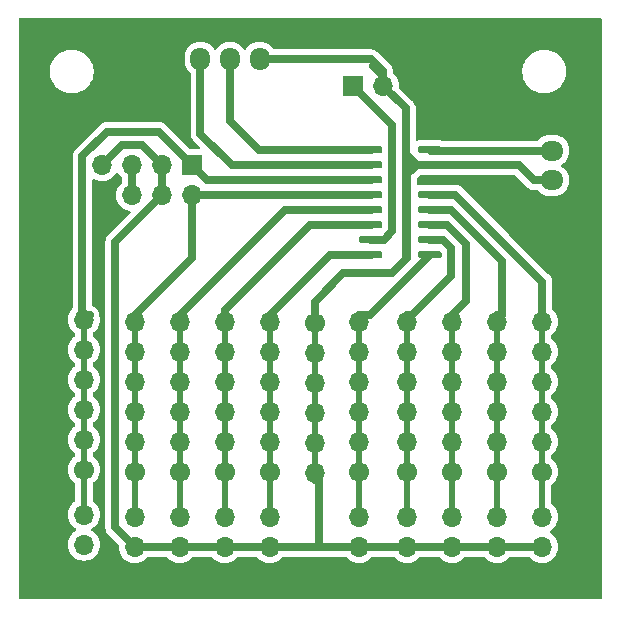
<source format=gtl>
%TF.GenerationSoftware,KiCad,Pcbnew,8.0.4-8.0.4-0~ubuntu24.04.1*%
%TF.CreationDate,2024-07-22T11:19:52+03:00*%
%TF.ProjectId,stripe_board,73747269-7065-45f6-926f-6172642e6b69,rev?*%
%TF.SameCoordinates,Original*%
%TF.FileFunction,Copper,L1,Top*%
%TF.FilePolarity,Positive*%
%FSLAX46Y46*%
G04 Gerber Fmt 4.6, Leading zero omitted, Abs format (unit mm)*
G04 Created by KiCad (PCBNEW 8.0.4-8.0.4-0~ubuntu24.04.1) date 2024-07-22 11:19:52*
%MOMM*%
%LPD*%
G01*
G04 APERTURE LIST*
%TA.AperFunction,EtchedComponent*%
%ADD10C,0.500000*%
%TD*%
%TA.AperFunction,ComponentPad*%
%ADD11O,1.700000X1.950000*%
%TD*%
%TA.AperFunction,ComponentPad*%
%ADD12O,1.950000X1.700000*%
%TD*%
%TA.AperFunction,ComponentPad*%
%ADD13R,1.700000X1.700000*%
%TD*%
%TA.AperFunction,ComponentPad*%
%ADD14O,1.700000X1.700000*%
%TD*%
%TA.AperFunction,ComponentPad*%
%ADD15C,1.700000*%
%TD*%
%TA.AperFunction,Conductor*%
%ADD16C,0.650000*%
%TD*%
%TA.AperFunction,Conductor*%
%ADD17C,0.500000*%
%TD*%
G04 APERTURE END LIST*
D10*
%TO.C,J1*%
X-2600985Y-33290330D02*
X-2600985Y-21590330D01*
%TO.C,J6*%
X32209015Y-33390330D02*
X32209015Y-21690330D01*
%TO.C,J3*%
X16759015Y-33410330D02*
X16759015Y-21710330D01*
%TO.C,J2*%
X36019015Y-33390330D02*
X36019015Y-21690330D01*
%TO.C,J8*%
X39829015Y-33390330D02*
X39829015Y-21690330D01*
%TO.C,J10*%
X9139015Y-33410330D02*
X9139015Y-21710330D01*
%TO.C,J9*%
X12949015Y-33410330D02*
X12949015Y-21710330D01*
%TO.C,J4*%
X24329015Y-33390330D02*
X24329015Y-21690330D01*
%TO.C,J5*%
X28399015Y-33390330D02*
X28399015Y-21690330D01*
%TO.C,J12*%
X1017034Y-33210440D02*
X1017034Y-21510440D01*
%TO.C,J18*%
X20619510Y-21790605D02*
X20619510Y-33490605D01*
%TO.C,J19*%
X43626733Y-33391247D02*
X43626733Y-21691247D01*
%TO.C,J11*%
X5329015Y-33410330D02*
X5329015Y-21710330D01*
%TD*%
%TO.P,J17,1,Pin_1*%
%TO.N,GND*%
%TA.AperFunction,ComponentPad*%
G36*
G01*
X7549015Y324670D02*
X7549015Y1774670D01*
G75*
G02*
X7799015Y2024670I250000J0D01*
G01*
X8999015Y2024670D01*
G75*
G02*
X9249015Y1774670I0J-250000D01*
G01*
X9249015Y324670D01*
G75*
G02*
X8999015Y74670I-250000J0D01*
G01*
X7799015Y74670D01*
G75*
G02*
X7549015Y324670I0J250000D01*
G01*
G37*
%TD.AperFunction*%
D11*
%TO.P,J17,2,Pin_2*%
%TO.N,SCL*%
X10899015Y1049670D03*
%TO.P,J17,3,Pin_3*%
%TO.N,SDA*%
X13399015Y1049670D03*
%TO.P,J17,4,Pin_4*%
%TO.N,5V*%
X15899015Y1049670D03*
%TD*%
%TO.P,J13,1,Pin_1*%
%TO.N,GND*%
%TA.AperFunction,ComponentPad*%
G36*
G01*
X41374015Y-12550330D02*
X39924015Y-12550330D01*
G75*
G02*
X39674015Y-12300330I0J250000D01*
G01*
X39674015Y-11100330D01*
G75*
G02*
X39924015Y-10850330I250000J0D01*
G01*
X41374015Y-10850330D01*
G75*
G02*
X41624015Y-11100330I0J-250000D01*
G01*
X41624015Y-12300330D01*
G75*
G02*
X41374015Y-12550330I-250000J0D01*
G01*
G37*
%TD.AperFunction*%
D12*
%TO.P,J13,2,Pin_2*%
%TO.N,5V*%
X40649015Y-9200330D03*
%TO.P,J13,3,Pin_3*%
%TO.N,RC_IN*%
X40649015Y-6700330D03*
%TD*%
D13*
%TO.P,J16,1,Pin_1*%
%TO.N,SWIO*%
X23819015Y-1200330D03*
D14*
%TO.P,J16,2,Pin_2*%
%TO.N,5V*%
X26359015Y-1200330D03*
%TO.P,J16,3,Pin_3*%
%TO.N,GND*%
X28899015Y-1200330D03*
%TD*%
D15*
%TO.P,J1,1,Pin_1*%
%TO.N,GND*%
X-2600985Y-33790330D03*
D14*
X-2600985Y-31250330D03*
X-2600985Y-28710330D03*
X-2600985Y-26170330D03*
X-2600985Y-23630330D03*
X-2600985Y-21090330D03*
%TD*%
D13*
%TO.P,Srv10,1,GND*%
%TO.N,GND*%
X1017034Y-42600440D03*
D14*
%TO.P,Srv10,2,5v*%
%TO.N,5V*%
X1017034Y-40060440D03*
%TO.P,Srv10,3,PWM*%
%TO.N,PWM1*%
X1017034Y-37520440D03*
%TD*%
%TO.P,J20,8,Pin_8*%
%TO.N,GND*%
X2579015Y-10465330D03*
%TO.P,J20,7,Pin_7*%
%TO.N,5V*%
X2579015Y-7925330D03*
%TO.P,J20,6,Pin_6*%
%TO.N,Net-(J20-Pin_5)*%
X5119015Y-10465330D03*
%TO.P,J20,5,Pin_5*%
X5119015Y-7925330D03*
%TO.P,J20,4,Pin_4*%
%TO.N,5V*%
X7659015Y-10465330D03*
%TO.P,J20,3,Pin_3*%
X7659015Y-7925330D03*
%TO.P,J20,2,Pin_2*%
%TO.N,PWM2*%
X10199015Y-10465330D03*
D13*
%TO.P,J20,1,Pin_1*%
%TO.N,PWM1*%
X10199015Y-7925330D03*
%TD*%
%TO.P,U1,1,PC1*%
%TO.N,SDA*%
%TA.AperFunction,SMDPad,CuDef*%
G36*
G01*
X24304015Y-6780330D02*
X24304015Y-6480330D01*
G75*
G02*
X24454015Y-6330330I150000J0D01*
G01*
X26154015Y-6330330D01*
G75*
G02*
X26304015Y-6480330I0J-150000D01*
G01*
X26304015Y-6780330D01*
G75*
G02*
X26154015Y-6930330I-150000J0D01*
G01*
X24454015Y-6930330D01*
G75*
G02*
X24304015Y-6780330I0J150000D01*
G01*
G37*
%TD.AperFunction*%
%TO.P,U1,2,PC2*%
%TO.N,SCL*%
%TA.AperFunction,SMDPad,CuDef*%
G36*
G01*
X24304015Y-8050330D02*
X24304015Y-7750330D01*
G75*
G02*
X24454015Y-7600330I150000J0D01*
G01*
X26154015Y-7600330D01*
G75*
G02*
X26304015Y-7750330I0J-150000D01*
G01*
X26304015Y-8050330D01*
G75*
G02*
X26154015Y-8200330I-150000J0D01*
G01*
X24454015Y-8200330D01*
G75*
G02*
X24304015Y-8050330I0J150000D01*
G01*
G37*
%TD.AperFunction*%
%TO.P,U1,3,PC3*%
%TO.N,PWM1*%
%TA.AperFunction,SMDPad,CuDef*%
G36*
G01*
X24304015Y-9320330D02*
X24304015Y-9020330D01*
G75*
G02*
X24454015Y-8870330I150000J0D01*
G01*
X26154015Y-8870330D01*
G75*
G02*
X26304015Y-9020330I0J-150000D01*
G01*
X26304015Y-9320330D01*
G75*
G02*
X26154015Y-9470330I-150000J0D01*
G01*
X24454015Y-9470330D01*
G75*
G02*
X24304015Y-9320330I0J150000D01*
G01*
G37*
%TD.AperFunction*%
%TO.P,U1,4,PC4*%
%TO.N,PWM2*%
%TA.AperFunction,SMDPad,CuDef*%
G36*
G01*
X24304015Y-10590330D02*
X24304015Y-10290330D01*
G75*
G02*
X24454015Y-10140330I150000J0D01*
G01*
X26154015Y-10140330D01*
G75*
G02*
X26304015Y-10290330I0J-150000D01*
G01*
X26304015Y-10590330D01*
G75*
G02*
X26154015Y-10740330I-150000J0D01*
G01*
X24454015Y-10740330D01*
G75*
G02*
X24304015Y-10590330I0J150000D01*
G01*
G37*
%TD.AperFunction*%
%TO.P,U1,5,PC6*%
%TO.N,/PC5*%
%TA.AperFunction,SMDPad,CuDef*%
G36*
G01*
X24304015Y-11860330D02*
X24304015Y-11560330D01*
G75*
G02*
X24454015Y-11410330I150000J0D01*
G01*
X26154015Y-11410330D01*
G75*
G02*
X26304015Y-11560330I0J-150000D01*
G01*
X26304015Y-11860330D01*
G75*
G02*
X26154015Y-12010330I-150000J0D01*
G01*
X24454015Y-12010330D01*
G75*
G02*
X24304015Y-11860330I0J150000D01*
G01*
G37*
%TD.AperFunction*%
%TO.P,U1,6,PC7*%
%TO.N,/PC7*%
%TA.AperFunction,SMDPad,CuDef*%
G36*
G01*
X24304015Y-13130330D02*
X24304015Y-12830330D01*
G75*
G02*
X24454015Y-12680330I150000J0D01*
G01*
X26154015Y-12680330D01*
G75*
G02*
X26304015Y-12830330I0J-150000D01*
G01*
X26304015Y-13130330D01*
G75*
G02*
X26154015Y-13280330I-150000J0D01*
G01*
X24454015Y-13280330D01*
G75*
G02*
X24304015Y-13130330I0J150000D01*
G01*
G37*
%TD.AperFunction*%
%TO.P,U1,7,PD1*%
%TO.N,SWIO*%
%TA.AperFunction,SMDPad,CuDef*%
G36*
G01*
X24304015Y-14400330D02*
X24304015Y-14100330D01*
G75*
G02*
X24454015Y-13950330I150000J0D01*
G01*
X26154015Y-13950330D01*
G75*
G02*
X26304015Y-14100330I0J-150000D01*
G01*
X26304015Y-14400330D01*
G75*
G02*
X26154015Y-14550330I-150000J0D01*
G01*
X24454015Y-14550330D01*
G75*
G02*
X24304015Y-14400330I0J150000D01*
G01*
G37*
%TD.AperFunction*%
%TO.P,U1,8,PD4*%
%TO.N,/PD4*%
%TA.AperFunction,SMDPad,CuDef*%
G36*
G01*
X24304015Y-15670330D02*
X24304015Y-15370330D01*
G75*
G02*
X24454015Y-15220330I150000J0D01*
G01*
X26154015Y-15220330D01*
G75*
G02*
X26304015Y-15370330I0J-150000D01*
G01*
X26304015Y-15670330D01*
G75*
G02*
X26154015Y-15820330I-150000J0D01*
G01*
X24454015Y-15820330D01*
G75*
G02*
X24304015Y-15670330I0J150000D01*
G01*
G37*
%TD.AperFunction*%
%TO.P,U1,9,PD5*%
%TO.N,/PD5*%
%TA.AperFunction,SMDPad,CuDef*%
G36*
G01*
X29304015Y-15670330D02*
X29304015Y-15370330D01*
G75*
G02*
X29454015Y-15220330I150000J0D01*
G01*
X31154015Y-15220330D01*
G75*
G02*
X31304015Y-15370330I0J-150000D01*
G01*
X31304015Y-15670330D01*
G75*
G02*
X31154015Y-15820330I-150000J0D01*
G01*
X29454015Y-15820330D01*
G75*
G02*
X29304015Y-15670330I0J150000D01*
G01*
G37*
%TD.AperFunction*%
%TO.P,U1,10,PD6*%
%TO.N,/PD6*%
%TA.AperFunction,SMDPad,CuDef*%
G36*
G01*
X29304015Y-14400330D02*
X29304015Y-14100330D01*
G75*
G02*
X29454015Y-13950330I150000J0D01*
G01*
X31154015Y-13950330D01*
G75*
G02*
X31304015Y-14100330I0J-150000D01*
G01*
X31304015Y-14400330D01*
G75*
G02*
X31154015Y-14550330I-150000J0D01*
G01*
X29454015Y-14550330D01*
G75*
G02*
X29304015Y-14400330I0J150000D01*
G01*
G37*
%TD.AperFunction*%
%TO.P,U1,11,PD7*%
%TO.N,/PD7*%
%TA.AperFunction,SMDPad,CuDef*%
G36*
G01*
X29304015Y-13130330D02*
X29304015Y-12830330D01*
G75*
G02*
X29454015Y-12680330I150000J0D01*
G01*
X31154015Y-12680330D01*
G75*
G02*
X31304015Y-12830330I0J-150000D01*
G01*
X31304015Y-13130330D01*
G75*
G02*
X31154015Y-13280330I-150000J0D01*
G01*
X29454015Y-13280330D01*
G75*
G02*
X29304015Y-13130330I0J150000D01*
G01*
G37*
%TD.AperFunction*%
%TO.P,U1,12,PA1*%
%TO.N,/PA1*%
%TA.AperFunction,SMDPad,CuDef*%
G36*
G01*
X29304015Y-11860330D02*
X29304015Y-11560330D01*
G75*
G02*
X29454015Y-11410330I150000J0D01*
G01*
X31154015Y-11410330D01*
G75*
G02*
X31304015Y-11560330I0J-150000D01*
G01*
X31304015Y-11860330D01*
G75*
G02*
X31154015Y-12010330I-150000J0D01*
G01*
X29454015Y-12010330D01*
G75*
G02*
X29304015Y-11860330I0J150000D01*
G01*
G37*
%TD.AperFunction*%
%TO.P,U1,13,PA2*%
%TO.N,/PA2*%
%TA.AperFunction,SMDPad,CuDef*%
G36*
G01*
X29304015Y-10590330D02*
X29304015Y-10290330D01*
G75*
G02*
X29454015Y-10140330I150000J0D01*
G01*
X31154015Y-10140330D01*
G75*
G02*
X31304015Y-10290330I0J-150000D01*
G01*
X31304015Y-10590330D01*
G75*
G02*
X31154015Y-10740330I-150000J0D01*
G01*
X29454015Y-10740330D01*
G75*
G02*
X29304015Y-10590330I0J150000D01*
G01*
G37*
%TD.AperFunction*%
%TO.P,U1,14,VSS*%
%TO.N,GND*%
%TA.AperFunction,SMDPad,CuDef*%
G36*
G01*
X29304015Y-9320330D02*
X29304015Y-9020330D01*
G75*
G02*
X29454015Y-8870330I150000J0D01*
G01*
X31154015Y-8870330D01*
G75*
G02*
X31304015Y-9020330I0J-150000D01*
G01*
X31304015Y-9320330D01*
G75*
G02*
X31154015Y-9470330I-150000J0D01*
G01*
X29454015Y-9470330D01*
G75*
G02*
X29304015Y-9320330I0J150000D01*
G01*
G37*
%TD.AperFunction*%
%TO.P,U1,15,VDD*%
%TO.N,5V*%
%TA.AperFunction,SMDPad,CuDef*%
G36*
G01*
X29304015Y-8050330D02*
X29304015Y-7750330D01*
G75*
G02*
X29454015Y-7600330I150000J0D01*
G01*
X31154015Y-7600330D01*
G75*
G02*
X31304015Y-7750330I0J-150000D01*
G01*
X31304015Y-8050330D01*
G75*
G02*
X31154015Y-8200330I-150000J0D01*
G01*
X29454015Y-8200330D01*
G75*
G02*
X29304015Y-8050330I0J150000D01*
G01*
G37*
%TD.AperFunction*%
%TO.P,U1,16,PC0*%
%TO.N,RC_IN*%
%TA.AperFunction,SMDPad,CuDef*%
G36*
G01*
X29304015Y-6780330D02*
X29304015Y-6480330D01*
G75*
G02*
X29454015Y-6330330I150000J0D01*
G01*
X31154015Y-6330330D01*
G75*
G02*
X31304015Y-6480330I0J-150000D01*
G01*
X31304015Y-6780330D01*
G75*
G02*
X31154015Y-6930330I-150000J0D01*
G01*
X29454015Y-6930330D01*
G75*
G02*
X29304015Y-6780330I0J150000D01*
G01*
G37*
%TD.AperFunction*%
%TD*%
D15*
%TO.P,J6,1,Pin_1*%
%TO.N,/PD7*%
X32209015Y-33890330D03*
D14*
X32209015Y-31350330D03*
X32209015Y-28810330D03*
X32209015Y-26270330D03*
X32209015Y-23730330D03*
X32209015Y-21190330D03*
%TD*%
D13*
%TO.P,Srv7,1,GND*%
%TO.N,GND*%
X36019015Y-42780330D03*
D14*
%TO.P,Srv7,2,5v*%
%TO.N,5V*%
X36019015Y-40240330D03*
%TO.P,Srv7,3,PWM*%
%TO.N,/PA1*%
X36019015Y-37700330D03*
%TD*%
D13*
%TO.P,Srv9,1,GND*%
%TO.N,GND*%
X5329015Y-42800330D03*
D14*
%TO.P,Srv9,2,5v*%
%TO.N,5V*%
X5329015Y-40260330D03*
%TO.P,Srv9,3,PWM*%
%TO.N,PWM2*%
X5329015Y-37720330D03*
%TD*%
D15*
%TO.P,J3,1,Pin_1*%
%TO.N,/PD4*%
X16759015Y-33910330D03*
D14*
X16759015Y-31370330D03*
X16759015Y-28830330D03*
X16759015Y-26290330D03*
X16759015Y-23750330D03*
X16759015Y-21210330D03*
%TD*%
D15*
%TO.P,J2,1,Pin_1*%
%TO.N,/PA1*%
X36019015Y-33890330D03*
D14*
X36019015Y-31350330D03*
X36019015Y-28810330D03*
X36019015Y-26270330D03*
X36019015Y-23730330D03*
X36019015Y-21190330D03*
%TD*%
D15*
%TO.P,J8,1,Pin_1*%
%TO.N,/PA2*%
X39829015Y-33890330D03*
D14*
X39829015Y-31350330D03*
X39829015Y-28810330D03*
X39829015Y-26270330D03*
X39829015Y-23730330D03*
X39829015Y-21190330D03*
%TD*%
D15*
%TO.P,J10,1,Pin_1*%
%TO.N,/PC5*%
X9139015Y-33910330D03*
D14*
X9139015Y-31370330D03*
X9139015Y-28830330D03*
X9139015Y-26290330D03*
X9139015Y-23750330D03*
X9139015Y-21210330D03*
%TD*%
D15*
%TO.P,J9,1,Pin_1*%
%TO.N,/PC7*%
X12949015Y-33910330D03*
D14*
X12949015Y-31370330D03*
X12949015Y-28830330D03*
X12949015Y-26290330D03*
X12949015Y-23750330D03*
X12949015Y-21210330D03*
%TD*%
D13*
%TO.P,Srv1,1,GND*%
%TO.N,GND*%
X32209015Y-42780330D03*
D14*
%TO.P,Srv1,2,5v*%
%TO.N,5V*%
X32209015Y-40240330D03*
%TO.P,Srv1,3,PWM*%
%TO.N,/PD7*%
X32209015Y-37700330D03*
%TD*%
D15*
%TO.P,J4,1,Pin_1*%
%TO.N,/PD5*%
X24329015Y-33890330D03*
D14*
X24329015Y-31350330D03*
X24329015Y-28810330D03*
X24329015Y-26270330D03*
X24329015Y-23730330D03*
X24329015Y-21190330D03*
%TD*%
D13*
%TO.P,Srv6,1,GND*%
%TO.N,GND*%
X9139015Y-42800330D03*
D14*
%TO.P,Srv6,2,5v*%
%TO.N,5V*%
X9139015Y-40260330D03*
%TO.P,Srv6,3,PWM*%
%TO.N,/PC5*%
X9139015Y-37720330D03*
%TD*%
D15*
%TO.P,J5,1,Pin_1*%
%TO.N,/PD6*%
X28399015Y-33890330D03*
D14*
X28399015Y-31350330D03*
X28399015Y-28810330D03*
X28399015Y-26270330D03*
X28399015Y-23730330D03*
X28399015Y-21190330D03*
%TD*%
D15*
%TO.P,J12,1,Pin_1*%
%TO.N,PWM1*%
X1017034Y-33710440D03*
D14*
X1017034Y-31170440D03*
X1017034Y-28630440D03*
X1017034Y-26090440D03*
X1017034Y-23550440D03*
X1017034Y-21010440D03*
%TD*%
D13*
%TO.P,Srv8,1,GND*%
%TO.N,GND*%
X39829015Y-42780330D03*
D14*
%TO.P,Srv8,2,5v*%
%TO.N,5V*%
X39829015Y-40240330D03*
%TO.P,Srv8,3,PWM*%
%TO.N,/PA2*%
X39829015Y-37700330D03*
%TD*%
D13*
%TO.P,Srv4,1,GND*%
%TO.N,GND*%
X16759015Y-42800330D03*
D14*
%TO.P,Srv4,2,5v*%
%TO.N,5V*%
X16759015Y-40260330D03*
%TO.P,Srv4,3,PWM*%
%TO.N,/PD4*%
X16759015Y-37720330D03*
%TD*%
D15*
%TO.P,J18,1,Pin_1*%
%TO.N,5V*%
X20619510Y-21290605D03*
D14*
X20619510Y-23830605D03*
X20619510Y-26370605D03*
X20619510Y-28910605D03*
X20619510Y-31450605D03*
X20619510Y-33990605D03*
%TD*%
D13*
%TO.P,Srv2,1,GND*%
%TO.N,GND*%
X28399015Y-42780330D03*
D14*
%TO.P,Srv2,2,5v*%
%TO.N,5V*%
X28399015Y-40240330D03*
%TO.P,Srv2,3,PWM*%
%TO.N,/PD6*%
X28399015Y-37700330D03*
%TD*%
D15*
%TO.P,J19,1,Pin_1*%
%TO.N,GND*%
X43626733Y-33891247D03*
D14*
X43626733Y-31351247D03*
X43626733Y-28811247D03*
X43626733Y-26271247D03*
X43626733Y-23731247D03*
X43626733Y-21191247D03*
%TD*%
D15*
%TO.P,J11,1,Pin_1*%
%TO.N,PWM2*%
X5329015Y-33910330D03*
D14*
X5329015Y-31370330D03*
X5329015Y-28830330D03*
X5329015Y-26290330D03*
X5329015Y-23750330D03*
X5329015Y-21210330D03*
%TD*%
D13*
%TO.P,Srv5,1,GND*%
%TO.N,GND*%
X12949015Y-42800330D03*
D14*
%TO.P,Srv5,2,5v*%
%TO.N,5V*%
X12949015Y-40260330D03*
%TO.P,Srv5,3,PWM*%
%TO.N,/PC7*%
X12949015Y-37720330D03*
%TD*%
D13*
%TO.P,Srv3,1,GND*%
%TO.N,GND*%
X24329015Y-42780330D03*
D14*
%TO.P,Srv3,2,5v*%
%TO.N,5V*%
X24329015Y-40240330D03*
%TO.P,Srv3,3,PWM*%
%TO.N,/PD5*%
X24329015Y-37700330D03*
%TD*%
D16*
%TO.N,5V*%
X28279015Y-7900330D02*
X28279015Y-15678984D01*
X28279015Y-6988344D02*
X28279015Y-7900330D01*
X28279015Y-7900330D02*
X30304015Y-7900330D01*
X28279015Y-15678984D02*
X28399015Y-15798984D01*
X29191001Y-7900330D02*
X28399015Y-8692316D01*
X22999015Y-17100330D02*
X20619510Y-19479835D01*
X28399015Y-15798984D02*
X27097669Y-17100330D01*
X27097669Y-17100330D02*
X22999015Y-17100330D01*
X20619510Y-19479835D02*
X20619510Y-20715605D01*
X26359015Y-1200330D02*
X26359015Y1751D01*
X26359015Y1751D02*
X25311096Y1049670D01*
X25311096Y1049670D02*
X15899015Y1049670D01*
%TO.N,SCL*%
X13524015Y-7900330D02*
X10899015Y-5275330D01*
X10899015Y-5275330D02*
X10899015Y1049670D01*
%TO.N,SDA*%
X15829015Y-6630330D02*
X13399015Y-4200330D01*
X13399015Y-4200330D02*
X13399015Y1049670D01*
%TO.N,5V*%
X40649015Y-9200330D02*
X39149015Y-9200330D01*
X39149015Y-9200330D02*
X37849015Y-7900330D01*
X37849015Y-7900330D02*
X30304015Y-7900330D01*
%TO.N,RC_IN*%
X40649015Y-6700330D02*
X30374015Y-6700330D01*
X30374015Y-6700330D02*
X30304015Y-6630330D01*
%TO.N,SWIO*%
X27129015Y-13538344D02*
X27129015Y-4510330D01*
X27129015Y-4510330D02*
X23819015Y-1200330D01*
%TO.N,5V*%
X26359015Y-1200330D02*
X26359015Y-390330D01*
X26359015Y-390330D02*
X25494015Y474670D01*
X28279015Y-6988344D02*
X28279015Y-3120330D01*
X28279015Y-3120330D02*
X26359015Y-1200330D01*
X31467029Y-7950330D02*
X31417029Y-7900330D01*
X20899015Y-40240330D02*
X20399015Y-40240330D01*
X20899015Y-34565605D02*
X20619510Y-34565605D01*
X24329015Y-40240330D02*
X20899015Y-40240330D01*
X20899015Y-40240330D02*
X20899015Y-34565605D01*
%TO.N,Net-(J20-Pin_5)*%
X5119015Y-7925330D02*
X5119015Y-10465330D01*
%TO.N,5V*%
X36019015Y-40240330D02*
X39829015Y-40240330D01*
X32209015Y-40240330D02*
X36019015Y-40240330D01*
X28399015Y-40240330D02*
X32209015Y-40240330D01*
X24329015Y-40240330D02*
X28399015Y-40240330D01*
%TO.N,/PC5*%
X25304015Y-11710330D02*
X18064015Y-11710330D01*
X18064015Y-11710330D02*
X9139015Y-20635330D01*
%TO.N,/PC7*%
X25304015Y-12980330D02*
X20158735Y-12980330D01*
X20158735Y-12980330D02*
X12949015Y-20190050D01*
X12949015Y-20190050D02*
X12949015Y-20635330D01*
%TO.N,5V*%
X7659015Y-10465330D02*
X3654015Y-14470330D01*
X3654015Y-14470330D02*
X3654015Y-38585330D01*
X3654015Y-38585330D02*
X5329015Y-40260330D01*
%TO.N,PWM1*%
X904015Y-17200330D02*
X904015Y-20020330D01*
X904015Y-7195330D02*
X904015Y-17200330D01*
X904015Y-17200330D02*
X904015Y-20465610D01*
X904015Y-20465610D02*
X1073735Y-20635330D01*
X1073735Y-20635330D02*
X1519015Y-20635330D01*
X10199015Y-7925330D02*
X7374015Y-5100330D01*
X7374015Y-5100330D02*
X2999015Y-5100330D01*
X2999015Y-5100330D02*
X904015Y-7195330D01*
%TO.N,5V*%
X7659015Y-7925330D02*
X5984015Y-6250330D01*
X4254015Y-6250330D02*
X2579015Y-7925330D01*
X5984015Y-6250330D02*
X4254015Y-6250330D01*
X7659015Y-10465330D02*
X7659015Y-7925330D01*
X6399015Y-40260330D02*
X5329015Y-40260330D01*
X9139015Y-40260330D02*
X6399015Y-40260330D01*
X12949015Y-40260330D02*
X9139015Y-40260330D01*
X16759015Y-40260330D02*
X12949015Y-40260330D01*
%TO.N,SDA*%
X15829015Y-6630330D02*
X25304015Y-6630330D01*
%TO.N,SCL*%
X25304015Y-7900330D02*
X13524015Y-7900330D01*
%TO.N,PWM2*%
X10199015Y-10465330D02*
X10199015Y-15765330D01*
X10199015Y-15765330D02*
X5329015Y-20635330D01*
X25304015Y-10440330D02*
X10224015Y-10440330D01*
X10224015Y-10440330D02*
X10199015Y-10465330D01*
%TO.N,PWM1*%
X25304015Y-9170330D02*
X11444015Y-9170330D01*
X11444015Y-9170330D02*
X10199015Y-7925330D01*
%TO.N,5V*%
X30304015Y-7900330D02*
X31417029Y-7900330D01*
X29191001Y-7900330D02*
X28279015Y-6988344D01*
%TO.N,SWIO*%
X25304015Y-14250330D02*
X26417029Y-14250330D01*
X26417029Y-14250330D02*
X27129015Y-13538344D01*
%TO.N,/PD4*%
X25304015Y-15520330D02*
X21874015Y-15520330D01*
X21874015Y-15520330D02*
X16759015Y-20635330D01*
%TO.N,5V*%
X30304015Y-7900330D02*
X29191001Y-7900330D01*
X20399015Y-40240330D02*
X16779015Y-40240330D01*
X16779015Y-40240330D02*
X16759015Y-40260330D01*
%TO.N,/PA2*%
X30304015Y-10440330D02*
X32486067Y-10440330D01*
X32486067Y-10440330D02*
X39829015Y-17783278D01*
X39829015Y-17783278D02*
X39829015Y-20615330D01*
%TO.N,/PA1*%
X30304015Y-11710330D02*
X32129721Y-11710330D01*
X32129721Y-11710330D02*
X36464295Y-16044904D01*
X36464295Y-16044904D02*
X36464295Y-20615330D01*
X36464295Y-20615330D02*
X36019015Y-20615330D01*
%TO.N,/PD7*%
X30304015Y-12980330D02*
X31773375Y-12980330D01*
X33399015Y-14605970D02*
X33399015Y-19425330D01*
X31773375Y-12980330D02*
X33399015Y-14605970D01*
X33399015Y-19425330D02*
X32209015Y-20615330D01*
%TO.N,/PD6*%
X30304015Y-14250330D02*
X31417029Y-14250330D01*
X31417029Y-14250330D02*
X32129015Y-14962316D01*
X32129015Y-14962316D02*
X32129015Y-17330610D01*
X32129015Y-17330610D02*
X28844295Y-20615330D01*
X28844295Y-20615330D02*
X28399015Y-20615330D01*
%TO.N,/PD5*%
X30304015Y-15520330D02*
X25209015Y-20615330D01*
X25209015Y-20615330D02*
X24329015Y-20615330D01*
D17*
%TO.N,PWM2*%
X5329015Y-37720330D02*
X5329015Y-34110330D01*
%TO.N,/PC7*%
X12949015Y-37720330D02*
X12949015Y-34110330D01*
%TO.N,/PC5*%
X9139015Y-37720330D02*
X9139015Y-34110330D01*
%TO.N,PWM1*%
X1017034Y-37520440D02*
X1017034Y-33910440D01*
%TO.N,/PD7*%
X32209015Y-37700330D02*
X32209015Y-34090330D01*
%TO.N,/PD6*%
X28399015Y-37700330D02*
X28399015Y-34090330D01*
%TO.N,/PA1*%
X36019015Y-37700330D02*
X36019015Y-34090330D01*
%TO.N,/PD5*%
X24329015Y-37700330D02*
X24329015Y-34090330D01*
%TO.N,/PA2*%
X39829015Y-37700330D02*
X39829015Y-34090330D01*
%TO.N,/PD4*%
X16759015Y-37720330D02*
X16759015Y-34110330D01*
D16*
%TO.N,5V*%
X28399015Y-8692316D02*
X28399015Y-15798984D01*
%TD*%
%TA.AperFunction,Conductor*%
%TO.N,GND*%
G36*
X44841554Y4479815D02*
G01*
X44887309Y4427011D01*
X44898515Y4375500D01*
X44898515Y-44575830D01*
X44878830Y-44642869D01*
X44826026Y-44688624D01*
X44774515Y-44699830D01*
X-4375500Y-44699830D01*
X-4442539Y-44680145D01*
X-4488294Y-44627341D01*
X-4499500Y-44575830D01*
X-4499500Y-21010440D01*
X-338625Y-21010440D01*
X-318029Y-21245848D01*
X-256869Y-21474103D01*
X-157001Y-21688270D01*
X-21461Y-21881841D01*
X62085Y-21965387D01*
X145629Y-22048932D01*
X145632Y-22048934D01*
X145633Y-22048935D01*
X213657Y-22096565D01*
X257282Y-22151141D01*
X266534Y-22198140D01*
X266534Y-22362738D01*
X246849Y-22429777D01*
X213659Y-22464312D01*
X145629Y-22511947D01*
X-21460Y-22679037D01*
X-147419Y-22858927D01*
X-157001Y-22872611D01*
X-256869Y-23086777D01*
X-318029Y-23315032D01*
X-338625Y-23550440D01*
X-318029Y-23785848D01*
X-256869Y-24014103D01*
X-157001Y-24228270D01*
X-21461Y-24421841D01*
X62085Y-24505387D01*
X145629Y-24588932D01*
X145632Y-24588934D01*
X145633Y-24588935D01*
X213657Y-24636565D01*
X257282Y-24691141D01*
X266534Y-24738140D01*
X266534Y-24902738D01*
X246849Y-24969777D01*
X213659Y-25004312D01*
X145629Y-25051947D01*
X-21460Y-25219037D01*
X-147419Y-25398927D01*
X-157001Y-25412611D01*
X-256869Y-25626777D01*
X-318029Y-25855032D01*
X-338625Y-26090440D01*
X-318029Y-26325848D01*
X-256869Y-26554103D01*
X-157001Y-26768270D01*
X-21461Y-26961841D01*
X62085Y-27045387D01*
X145629Y-27128932D01*
X145632Y-27128934D01*
X145633Y-27128935D01*
X213657Y-27176565D01*
X257282Y-27231141D01*
X266534Y-27278140D01*
X266534Y-27442738D01*
X246849Y-27509777D01*
X213659Y-27544312D01*
X145629Y-27591947D01*
X-21460Y-27759037D01*
X-147419Y-27938927D01*
X-157001Y-27952611D01*
X-256869Y-28166777D01*
X-318029Y-28395032D01*
X-338625Y-28630440D01*
X-318029Y-28865848D01*
X-256869Y-29094103D01*
X-157001Y-29308270D01*
X-21461Y-29501841D01*
X62085Y-29585387D01*
X145629Y-29668932D01*
X145632Y-29668934D01*
X145633Y-29668935D01*
X213657Y-29716565D01*
X257282Y-29771141D01*
X266534Y-29818140D01*
X266534Y-29982738D01*
X246849Y-30049777D01*
X213659Y-30084312D01*
X145629Y-30131947D01*
X-21460Y-30299037D01*
X-147419Y-30478927D01*
X-157001Y-30492611D01*
X-256869Y-30706777D01*
X-318029Y-30935032D01*
X-338625Y-31170440D01*
X-318029Y-31405848D01*
X-256869Y-31634103D01*
X-157001Y-31848270D01*
X-21461Y-32041841D01*
X62085Y-32125387D01*
X145629Y-32208932D01*
X145632Y-32208934D01*
X145633Y-32208935D01*
X213657Y-32256565D01*
X257282Y-32311141D01*
X266534Y-32358140D01*
X266534Y-32522738D01*
X246849Y-32589777D01*
X213659Y-32624312D01*
X145629Y-32671947D01*
X-21460Y-32839037D01*
X-147419Y-33018927D01*
X-157001Y-33032611D01*
X-256869Y-33246777D01*
X-318029Y-33475032D01*
X-338625Y-33710440D01*
X-318029Y-33945848D01*
X-256869Y-34174103D01*
X-157001Y-34388270D01*
X-21461Y-34581841D01*
X62085Y-34665387D01*
X145629Y-34748932D01*
X145632Y-34748934D01*
X145633Y-34748935D01*
X213657Y-34796565D01*
X257282Y-34851141D01*
X266534Y-34898140D01*
X266534Y-36332738D01*
X246849Y-36399777D01*
X213659Y-36434312D01*
X145629Y-36481947D01*
X-21460Y-36649037D01*
X-147419Y-36828927D01*
X-157001Y-36842611D01*
X-256869Y-37056777D01*
X-318029Y-37285032D01*
X-338625Y-37520440D01*
X-318029Y-37755848D01*
X-256869Y-37984103D01*
X-157001Y-38198270D01*
X-21461Y-38391841D01*
X90723Y-38504025D01*
X145631Y-38558933D01*
X145637Y-38558938D01*
X331192Y-38688865D01*
X374817Y-38743442D01*
X382011Y-38812940D01*
X350488Y-38875295D01*
X331192Y-38892015D01*
X145631Y-39021945D01*
X-21460Y-39189037D01*
X-150101Y-39372757D01*
X-157001Y-39382611D01*
X-256869Y-39596777D01*
X-318029Y-39825032D01*
X-338625Y-40060440D01*
X-318029Y-40295848D01*
X-256869Y-40524103D01*
X-157001Y-40738270D01*
X-21461Y-40931841D01*
X145633Y-41098935D01*
X242418Y-41166705D01*
X339199Y-41234472D01*
X339201Y-41234473D01*
X339204Y-41234475D01*
X553371Y-41334343D01*
X781626Y-41395503D01*
X969952Y-41411979D01*
X1017033Y-41416099D01*
X1017034Y-41416099D01*
X1017035Y-41416099D01*
X1056268Y-41412666D01*
X1252442Y-41395503D01*
X1480697Y-41334343D01*
X1694864Y-41234475D01*
X1888435Y-41098935D01*
X2055529Y-40931841D01*
X2191069Y-40738270D01*
X2290937Y-40524103D01*
X2352097Y-40295848D01*
X2372693Y-40060440D01*
X2352097Y-39825032D01*
X2290937Y-39596777D01*
X2191069Y-39382611D01*
X2184170Y-39372757D01*
X2055528Y-39189037D01*
X1888436Y-39021946D01*
X1888430Y-39021941D01*
X1702876Y-38892015D01*
X1659251Y-38837438D01*
X1652057Y-38767940D01*
X1683580Y-38705585D01*
X1702876Y-38688865D01*
X1841596Y-38591732D01*
X1888435Y-38558935D01*
X2055529Y-38391841D01*
X2191069Y-38198270D01*
X2290937Y-37984103D01*
X2352097Y-37755848D01*
X2372693Y-37520440D01*
X2352097Y-37285032D01*
X2290937Y-37056777D01*
X2191069Y-36842611D01*
X2181488Y-36828927D01*
X2055528Y-36649037D01*
X1888438Y-36481947D01*
X1820409Y-36434312D01*
X1776785Y-36379734D01*
X1767534Y-36332738D01*
X1767534Y-34898140D01*
X1787219Y-34831101D01*
X1820409Y-34796566D01*
X1888435Y-34748935D01*
X2055529Y-34581841D01*
X2191069Y-34388270D01*
X2290937Y-34174103D01*
X2352097Y-33945848D01*
X2372693Y-33710440D01*
X2352097Y-33475032D01*
X2290937Y-33246777D01*
X2191069Y-33032611D01*
X2181488Y-33018927D01*
X2055528Y-32839037D01*
X1888438Y-32671947D01*
X1820409Y-32624312D01*
X1776785Y-32569734D01*
X1767534Y-32522738D01*
X1767534Y-32358140D01*
X1787219Y-32291101D01*
X1820409Y-32256566D01*
X1888435Y-32208935D01*
X2055529Y-32041841D01*
X2191069Y-31848270D01*
X2290937Y-31634103D01*
X2352097Y-31405848D01*
X2372693Y-31170440D01*
X2352097Y-30935032D01*
X2290937Y-30706777D01*
X2191069Y-30492611D01*
X2181488Y-30478927D01*
X2055528Y-30299037D01*
X1888438Y-30131947D01*
X1820409Y-30084312D01*
X1776785Y-30029734D01*
X1767534Y-29982738D01*
X1767534Y-29818140D01*
X1787219Y-29751101D01*
X1820409Y-29716566D01*
X1888435Y-29668935D01*
X2055529Y-29501841D01*
X2191069Y-29308270D01*
X2290937Y-29094103D01*
X2352097Y-28865848D01*
X2372693Y-28630440D01*
X2352097Y-28395032D01*
X2290937Y-28166777D01*
X2191069Y-27952611D01*
X2181488Y-27938927D01*
X2055528Y-27759037D01*
X1888438Y-27591947D01*
X1820409Y-27544312D01*
X1776785Y-27489734D01*
X1767534Y-27442738D01*
X1767534Y-27278140D01*
X1787219Y-27211101D01*
X1820409Y-27176566D01*
X1888435Y-27128935D01*
X2055529Y-26961841D01*
X2191069Y-26768270D01*
X2290937Y-26554103D01*
X2352097Y-26325848D01*
X2372693Y-26090440D01*
X2352097Y-25855032D01*
X2290937Y-25626777D01*
X2191069Y-25412611D01*
X2181488Y-25398927D01*
X2055528Y-25219037D01*
X1888438Y-25051947D01*
X1820409Y-25004312D01*
X1776785Y-24949734D01*
X1767534Y-24902738D01*
X1767534Y-24738140D01*
X1787219Y-24671101D01*
X1820409Y-24636566D01*
X1888435Y-24588935D01*
X2055529Y-24421841D01*
X2191069Y-24228270D01*
X2290937Y-24014103D01*
X2352097Y-23785848D01*
X2372693Y-23550440D01*
X2352097Y-23315032D01*
X2290937Y-23086777D01*
X2191069Y-22872611D01*
X2181488Y-22858927D01*
X2055528Y-22679037D01*
X1888438Y-22511947D01*
X1820409Y-22464312D01*
X1776785Y-22409734D01*
X1767534Y-22362738D01*
X1767534Y-22198140D01*
X1787219Y-22131101D01*
X1820409Y-22096566D01*
X1888435Y-22048935D01*
X2055529Y-21881841D01*
X2191069Y-21688270D01*
X2290937Y-21474103D01*
X2352097Y-21245848D01*
X2372693Y-21010440D01*
X2352097Y-20775032D01*
X2348187Y-20760440D01*
X2345097Y-20722728D01*
X2344515Y-20722728D01*
X2344515Y-20554022D01*
X2312792Y-20394546D01*
X2312791Y-20394545D01*
X2312791Y-20394541D01*
X2312789Y-20394536D01*
X2250564Y-20244310D01*
X2250562Y-20244306D01*
X2160226Y-20109109D01*
X2160220Y-20109101D01*
X2045243Y-19994124D01*
X2045235Y-19994118D01*
X1910037Y-19903782D01*
X1806062Y-19860714D01*
X1751659Y-19816873D01*
X1729594Y-19750578D01*
X1729515Y-19746153D01*
X1729515Y-9213955D01*
X1749200Y-9146916D01*
X1802004Y-9101161D01*
X1871162Y-9091217D01*
X1905920Y-9101573D01*
X2115352Y-9199233D01*
X2343607Y-9260393D01*
X2520049Y-9275830D01*
X2579014Y-9280989D01*
X2579015Y-9280989D01*
X2579016Y-9280989D01*
X2637981Y-9275830D01*
X2814423Y-9260393D01*
X3042678Y-9199233D01*
X3256845Y-9099365D01*
X3450416Y-8963825D01*
X3617510Y-8796731D01*
X3747440Y-8611172D01*
X3802017Y-8567547D01*
X3871515Y-8560353D01*
X3933870Y-8591876D01*
X3950590Y-8611172D01*
X4080516Y-8796726D01*
X4080521Y-8796732D01*
X4247607Y-8963819D01*
X4249209Y-8965163D01*
X4249722Y-8965934D01*
X4251442Y-8967654D01*
X4251096Y-8967999D01*
X4287918Y-9023330D01*
X4293515Y-9060162D01*
X4293515Y-9330497D01*
X4273830Y-9397536D01*
X4251422Y-9422987D01*
X4251442Y-9423007D01*
X4251142Y-9423306D01*
X4249229Y-9425480D01*
X4247611Y-9426837D01*
X4080520Y-9593927D01*
X3944980Y-9787499D01*
X3944979Y-9787501D01*
X3845113Y-10001665D01*
X3845109Y-10001674D01*
X3783953Y-10229916D01*
X3783951Y-10229926D01*
X3763356Y-10465329D01*
X3763356Y-10465330D01*
X3783951Y-10700733D01*
X3783953Y-10700743D01*
X3845109Y-10928985D01*
X3845111Y-10928989D01*
X3845112Y-10928993D01*
X3849015Y-10937362D01*
X3944980Y-11143160D01*
X3944982Y-11143164D01*
X4037353Y-11275082D01*
X4080520Y-11336731D01*
X4247614Y-11503825D01*
X4289456Y-11533123D01*
X4441180Y-11639362D01*
X4441182Y-11639363D01*
X4441185Y-11639365D01*
X4655352Y-11739233D01*
X4655358Y-11739234D01*
X4655359Y-11739235D01*
X4888836Y-11801794D01*
X4888359Y-11803572D01*
X4943627Y-11830962D01*
X4979519Y-11890908D01*
X4977304Y-11960743D01*
X4947174Y-12009735D01*
X3127790Y-13829122D01*
X3078593Y-13878319D01*
X3012805Y-13944106D01*
X3012803Y-13944109D01*
X2922467Y-14079306D01*
X2922465Y-14079310D01*
X2860240Y-14229536D01*
X2860237Y-14229546D01*
X2828515Y-14389022D01*
X2828515Y-14389025D01*
X2828515Y-38504025D01*
X2828515Y-38666635D01*
X2828515Y-38666637D01*
X2828514Y-38666637D01*
X2860237Y-38826113D01*
X2860240Y-38826123D01*
X2922465Y-38976349D01*
X2922467Y-38976353D01*
X3012803Y-39111550D01*
X3012809Y-39111558D01*
X3947612Y-40046360D01*
X3981097Y-40107683D01*
X3983459Y-40144848D01*
X3973356Y-40260327D01*
X3973356Y-40260330D01*
X3993951Y-40495733D01*
X3993953Y-40495743D01*
X4055109Y-40723985D01*
X4055111Y-40723989D01*
X4055112Y-40723993D01*
X4145654Y-40918160D01*
X4154980Y-40938160D01*
X4154982Y-40938164D01*
X4248292Y-41071423D01*
X4290520Y-41131731D01*
X4457614Y-41298825D01*
X4508336Y-41334341D01*
X4651180Y-41434362D01*
X4651182Y-41434363D01*
X4651185Y-41434365D01*
X4865352Y-41534233D01*
X5093607Y-41595393D01*
X5281933Y-41611869D01*
X5329014Y-41615989D01*
X5329015Y-41615989D01*
X5329016Y-41615989D01*
X5368249Y-41612556D01*
X5564423Y-41595393D01*
X5792678Y-41534233D01*
X6006845Y-41434365D01*
X6200416Y-41298825D01*
X6367510Y-41131731D01*
X6367514Y-41131725D01*
X6368857Y-41130126D01*
X6369630Y-41129611D01*
X6371339Y-41127903D01*
X6371682Y-41128246D01*
X6427028Y-41091423D01*
X6463848Y-41085830D01*
X8004182Y-41085830D01*
X8071221Y-41105515D01*
X8096670Y-41127923D01*
X8096691Y-41127903D01*
X8097006Y-41128218D01*
X8099173Y-41130126D01*
X8100523Y-41131735D01*
X8203261Y-41234472D01*
X8267614Y-41298825D01*
X8318336Y-41334341D01*
X8461180Y-41434362D01*
X8461182Y-41434363D01*
X8461185Y-41434365D01*
X8675352Y-41534233D01*
X8903607Y-41595393D01*
X9091933Y-41611869D01*
X9139014Y-41615989D01*
X9139015Y-41615989D01*
X9139016Y-41615989D01*
X9178249Y-41612556D01*
X9374423Y-41595393D01*
X9602678Y-41534233D01*
X9816845Y-41434365D01*
X10010416Y-41298825D01*
X10177510Y-41131731D01*
X10177514Y-41131725D01*
X10178857Y-41130126D01*
X10179630Y-41129611D01*
X10181339Y-41127903D01*
X10181682Y-41128246D01*
X10237028Y-41091423D01*
X10273848Y-41085830D01*
X11814182Y-41085830D01*
X11881221Y-41105515D01*
X11906670Y-41127923D01*
X11906691Y-41127903D01*
X11907006Y-41128218D01*
X11909173Y-41130126D01*
X11910523Y-41131735D01*
X12013261Y-41234472D01*
X12077614Y-41298825D01*
X12128336Y-41334341D01*
X12271180Y-41434362D01*
X12271182Y-41434363D01*
X12271185Y-41434365D01*
X12485352Y-41534233D01*
X12713607Y-41595393D01*
X12901933Y-41611869D01*
X12949014Y-41615989D01*
X12949015Y-41615989D01*
X12949016Y-41615989D01*
X12988249Y-41612556D01*
X13184423Y-41595393D01*
X13412678Y-41534233D01*
X13626845Y-41434365D01*
X13820416Y-41298825D01*
X13987510Y-41131731D01*
X13987514Y-41131725D01*
X13988857Y-41130126D01*
X13989630Y-41129611D01*
X13991339Y-41127903D01*
X13991682Y-41128246D01*
X14047028Y-41091423D01*
X14083848Y-41085830D01*
X15624182Y-41085830D01*
X15691221Y-41105515D01*
X15716670Y-41127923D01*
X15716691Y-41127903D01*
X15717006Y-41128218D01*
X15719173Y-41130126D01*
X15720523Y-41131735D01*
X15823261Y-41234472D01*
X15887614Y-41298825D01*
X15938336Y-41334341D01*
X16081180Y-41434362D01*
X16081182Y-41434363D01*
X16081185Y-41434365D01*
X16295352Y-41534233D01*
X16523607Y-41595393D01*
X16711933Y-41611869D01*
X16759014Y-41615989D01*
X16759015Y-41615989D01*
X16759016Y-41615989D01*
X16798249Y-41612556D01*
X16994423Y-41595393D01*
X17222678Y-41534233D01*
X17436845Y-41434365D01*
X17630416Y-41298825D01*
X17797510Y-41131731D01*
X17806630Y-41118705D01*
X17861207Y-41075081D01*
X17908205Y-41065830D01*
X20317710Y-41065830D01*
X20817710Y-41065830D01*
X20980320Y-41065830D01*
X23194182Y-41065830D01*
X23261221Y-41085515D01*
X23286670Y-41107923D01*
X23286691Y-41107903D01*
X23287006Y-41108218D01*
X23289173Y-41110126D01*
X23290523Y-41111735D01*
X23413261Y-41234472D01*
X23457614Y-41278825D01*
X23536899Y-41334341D01*
X23651180Y-41414362D01*
X23651182Y-41414363D01*
X23651185Y-41414365D01*
X23865352Y-41514233D01*
X24093607Y-41575393D01*
X24281933Y-41591869D01*
X24329014Y-41595989D01*
X24329015Y-41595989D01*
X24329016Y-41595989D01*
X24368249Y-41592556D01*
X24564423Y-41575393D01*
X24792678Y-41514233D01*
X25006845Y-41414365D01*
X25200416Y-41278825D01*
X25367510Y-41111731D01*
X25367514Y-41111725D01*
X25368857Y-41110126D01*
X25369630Y-41109611D01*
X25371339Y-41107903D01*
X25371682Y-41108246D01*
X25427028Y-41071423D01*
X25463848Y-41065830D01*
X27264182Y-41065830D01*
X27331221Y-41085515D01*
X27356670Y-41107923D01*
X27356691Y-41107903D01*
X27357006Y-41108218D01*
X27359173Y-41110126D01*
X27360523Y-41111735D01*
X27483261Y-41234472D01*
X27527614Y-41278825D01*
X27606899Y-41334341D01*
X27721180Y-41414362D01*
X27721182Y-41414363D01*
X27721185Y-41414365D01*
X27935352Y-41514233D01*
X28163607Y-41575393D01*
X28351933Y-41591869D01*
X28399014Y-41595989D01*
X28399015Y-41595989D01*
X28399016Y-41595989D01*
X28438249Y-41592556D01*
X28634423Y-41575393D01*
X28862678Y-41514233D01*
X29076845Y-41414365D01*
X29270416Y-41278825D01*
X29437510Y-41111731D01*
X29437514Y-41111725D01*
X29438857Y-41110126D01*
X29439630Y-41109611D01*
X29441339Y-41107903D01*
X29441682Y-41108246D01*
X29497028Y-41071423D01*
X29533848Y-41065830D01*
X31074182Y-41065830D01*
X31141221Y-41085515D01*
X31166670Y-41107923D01*
X31166691Y-41107903D01*
X31167006Y-41108218D01*
X31169173Y-41110126D01*
X31170523Y-41111735D01*
X31293261Y-41234472D01*
X31337614Y-41278825D01*
X31416899Y-41334341D01*
X31531180Y-41414362D01*
X31531182Y-41414363D01*
X31531185Y-41414365D01*
X31745352Y-41514233D01*
X31973607Y-41575393D01*
X32161933Y-41591869D01*
X32209014Y-41595989D01*
X32209015Y-41595989D01*
X32209016Y-41595989D01*
X32248249Y-41592556D01*
X32444423Y-41575393D01*
X32672678Y-41514233D01*
X32886845Y-41414365D01*
X33080416Y-41278825D01*
X33247510Y-41111731D01*
X33247514Y-41111725D01*
X33248857Y-41110126D01*
X33249630Y-41109611D01*
X33251339Y-41107903D01*
X33251682Y-41108246D01*
X33307028Y-41071423D01*
X33343848Y-41065830D01*
X34884182Y-41065830D01*
X34951221Y-41085515D01*
X34976670Y-41107923D01*
X34976691Y-41107903D01*
X34977006Y-41108218D01*
X34979173Y-41110126D01*
X34980523Y-41111735D01*
X35103261Y-41234472D01*
X35147614Y-41278825D01*
X35226899Y-41334341D01*
X35341180Y-41414362D01*
X35341182Y-41414363D01*
X35341185Y-41414365D01*
X35555352Y-41514233D01*
X35783607Y-41575393D01*
X35971933Y-41591869D01*
X36019014Y-41595989D01*
X36019015Y-41595989D01*
X36019016Y-41595989D01*
X36058249Y-41592556D01*
X36254423Y-41575393D01*
X36482678Y-41514233D01*
X36696845Y-41414365D01*
X36890416Y-41278825D01*
X37057510Y-41111731D01*
X37057514Y-41111725D01*
X37058857Y-41110126D01*
X37059630Y-41109611D01*
X37061339Y-41107903D01*
X37061682Y-41108246D01*
X37117028Y-41071423D01*
X37153848Y-41065830D01*
X38694182Y-41065830D01*
X38761221Y-41085515D01*
X38786670Y-41107923D01*
X38786691Y-41107903D01*
X38787006Y-41108218D01*
X38789173Y-41110126D01*
X38790523Y-41111735D01*
X38913261Y-41234472D01*
X38957614Y-41278825D01*
X39036899Y-41334341D01*
X39151180Y-41414362D01*
X39151182Y-41414363D01*
X39151185Y-41414365D01*
X39365352Y-41514233D01*
X39593607Y-41575393D01*
X39781933Y-41591869D01*
X39829014Y-41595989D01*
X39829015Y-41595989D01*
X39829016Y-41595989D01*
X39868249Y-41592556D01*
X40064423Y-41575393D01*
X40292678Y-41514233D01*
X40506845Y-41414365D01*
X40700416Y-41278825D01*
X40867510Y-41111731D01*
X41003050Y-40918160D01*
X41102918Y-40703993D01*
X41164078Y-40475738D01*
X41184674Y-40240330D01*
X41164078Y-40004922D01*
X41102918Y-39776667D01*
X41003050Y-39562501D01*
X40913655Y-39434830D01*
X40867509Y-39368927D01*
X40700417Y-39201836D01*
X40700411Y-39201831D01*
X40514857Y-39071905D01*
X40471232Y-39017328D01*
X40464038Y-38947830D01*
X40495561Y-38885475D01*
X40514857Y-38868755D01*
X40559582Y-38837438D01*
X40700416Y-38738825D01*
X40867510Y-38571731D01*
X41003050Y-38378160D01*
X41102918Y-38163993D01*
X41164078Y-37935738D01*
X41184674Y-37700330D01*
X41164078Y-37464922D01*
X41102918Y-37236667D01*
X41003050Y-37022501D01*
X40877091Y-36842611D01*
X40867509Y-36828927D01*
X40700419Y-36661837D01*
X40632390Y-36614202D01*
X40588766Y-36559624D01*
X40579515Y-36512628D01*
X40579515Y-35078030D01*
X40599200Y-35010991D01*
X40632390Y-34976456D01*
X40700416Y-34928825D01*
X40867510Y-34761731D01*
X41003050Y-34568160D01*
X41102918Y-34353993D01*
X41164078Y-34125738D01*
X41184674Y-33890330D01*
X41164078Y-33654922D01*
X41102918Y-33426667D01*
X41003050Y-33212501D01*
X40877091Y-33032611D01*
X40867509Y-33018927D01*
X40700419Y-32851837D01*
X40632390Y-32804202D01*
X40588766Y-32749624D01*
X40579515Y-32702628D01*
X40579515Y-32538030D01*
X40599200Y-32470991D01*
X40632390Y-32436456D01*
X40700416Y-32388825D01*
X40867510Y-32221731D01*
X41003050Y-32028160D01*
X41102918Y-31813993D01*
X41164078Y-31585738D01*
X41184674Y-31350330D01*
X41164078Y-31114922D01*
X41102918Y-30886667D01*
X41003050Y-30672501D01*
X40877091Y-30492611D01*
X40867509Y-30478927D01*
X40700419Y-30311837D01*
X40632390Y-30264202D01*
X40588766Y-30209624D01*
X40579515Y-30162628D01*
X40579515Y-29998030D01*
X40599200Y-29930991D01*
X40632390Y-29896456D01*
X40700416Y-29848825D01*
X40867510Y-29681731D01*
X41003050Y-29488160D01*
X41102918Y-29273993D01*
X41164078Y-29045738D01*
X41184674Y-28810330D01*
X41164078Y-28574922D01*
X41102918Y-28346667D01*
X41003050Y-28132501D01*
X40877091Y-27952611D01*
X40867509Y-27938927D01*
X40700419Y-27771837D01*
X40632390Y-27724202D01*
X40588766Y-27669624D01*
X40579515Y-27622628D01*
X40579515Y-27458030D01*
X40599200Y-27390991D01*
X40632390Y-27356456D01*
X40700416Y-27308825D01*
X40867510Y-27141731D01*
X41003050Y-26948160D01*
X41102918Y-26733993D01*
X41164078Y-26505738D01*
X41184674Y-26270330D01*
X41164078Y-26034922D01*
X41102918Y-25806667D01*
X41003050Y-25592501D01*
X40877091Y-25412611D01*
X40867509Y-25398927D01*
X40700419Y-25231837D01*
X40632390Y-25184202D01*
X40588766Y-25129624D01*
X40579515Y-25082628D01*
X40579515Y-24918030D01*
X40599200Y-24850991D01*
X40632390Y-24816456D01*
X40700416Y-24768825D01*
X40867510Y-24601731D01*
X41003050Y-24408160D01*
X41102918Y-24193993D01*
X41164078Y-23965738D01*
X41184674Y-23730330D01*
X41164078Y-23494922D01*
X41102918Y-23266667D01*
X41003050Y-23052501D01*
X40877091Y-22872611D01*
X40867509Y-22858927D01*
X40700419Y-22691837D01*
X40632390Y-22644202D01*
X40588766Y-22589624D01*
X40579515Y-22542628D01*
X40579515Y-22378030D01*
X40599200Y-22310991D01*
X40632390Y-22276456D01*
X40700416Y-22228825D01*
X40867510Y-22061731D01*
X41003050Y-21868160D01*
X41102918Y-21653993D01*
X41164078Y-21425738D01*
X41184674Y-21190330D01*
X41164078Y-20954922D01*
X41102918Y-20726667D01*
X41003050Y-20512501D01*
X40920458Y-20394546D01*
X40867509Y-20318927D01*
X40700418Y-20151837D01*
X40698801Y-20150480D01*
X40698284Y-20149703D01*
X40696588Y-20148007D01*
X40696929Y-20147665D01*
X40660104Y-20092305D01*
X40654515Y-20055497D01*
X40654515Y-17701970D01*
X40622792Y-17542494D01*
X40622791Y-17542493D01*
X40622791Y-17542489D01*
X40622789Y-17542484D01*
X40560564Y-17392258D01*
X40560562Y-17392254D01*
X40470226Y-17257057D01*
X40470224Y-17257054D01*
X40470223Y-17257053D01*
X40355240Y-17142070D01*
X37019000Y-13805830D01*
X33012295Y-9799124D01*
X33012287Y-9799118D01*
X32877090Y-9708782D01*
X32877086Y-9708780D01*
X32726860Y-9646555D01*
X32726850Y-9646552D01*
X32567374Y-9614830D01*
X32567372Y-9614830D01*
X30222710Y-9614830D01*
X30222708Y-9614830D01*
X30109009Y-9637447D01*
X30084817Y-9639830D01*
X29388303Y-9639830D01*
X29358239Y-9642196D01*
X29289863Y-9627830D01*
X29240108Y-9578776D01*
X29224515Y-9518578D01*
X29224515Y-9085611D01*
X29244200Y-9018572D01*
X29260834Y-8997930D01*
X29496616Y-8762149D01*
X29557939Y-8728664D01*
X29584297Y-8725830D01*
X30222710Y-8725830D01*
X31157453Y-8725830D01*
X31204905Y-8735268D01*
X31226240Y-8744106D01*
X31226244Y-8744106D01*
X31226245Y-8744107D01*
X31385721Y-8775830D01*
X31385724Y-8775830D01*
X31548336Y-8775830D01*
X31655627Y-8754487D01*
X31707818Y-8744106D01*
X31729152Y-8735268D01*
X31776605Y-8725830D01*
X37455720Y-8725830D01*
X37522759Y-8745515D01*
X37543401Y-8762149D01*
X38622786Y-9841535D01*
X38622794Y-9841541D01*
X38757991Y-9931877D01*
X38757995Y-9931879D01*
X38906273Y-9993297D01*
X38908226Y-9994106D01*
X38908230Y-9994106D01*
X38908231Y-9994107D01*
X39067707Y-10025830D01*
X39067710Y-10025830D01*
X39230321Y-10025830D01*
X39391284Y-10025830D01*
X39458323Y-10045515D01*
X39491599Y-10076940D01*
X39493910Y-10080120D01*
X39493912Y-10080123D01*
X39644228Y-10230439D01*
X39816194Y-10355378D01*
X39816196Y-10355379D01*
X39816199Y-10355381D01*
X40005603Y-10451887D01*
X40207772Y-10517576D01*
X40417728Y-10550830D01*
X40417729Y-10550830D01*
X40880301Y-10550830D01*
X40880302Y-10550830D01*
X41090258Y-10517576D01*
X41292427Y-10451887D01*
X41481831Y-10355381D01*
X41503804Y-10339416D01*
X41653801Y-10230439D01*
X41653803Y-10230436D01*
X41653807Y-10230434D01*
X41804119Y-10080122D01*
X41804121Y-10080118D01*
X41804124Y-10080116D01*
X41929063Y-9908150D01*
X41929062Y-9908150D01*
X41929066Y-9908146D01*
X42025572Y-9718742D01*
X42091261Y-9516573D01*
X42124515Y-9306617D01*
X42124515Y-9094043D01*
X42091261Y-8884087D01*
X42025572Y-8681918D01*
X41929066Y-8492514D01*
X41929064Y-8492511D01*
X41929063Y-8492509D01*
X41804124Y-8320543D01*
X41653807Y-8170226D01*
X41618694Y-8144715D01*
X41489219Y-8050646D01*
X41446555Y-7995319D01*
X41440576Y-7925706D01*
X41473181Y-7863910D01*
X41489214Y-7850016D01*
X41653807Y-7730434D01*
X41804119Y-7580122D01*
X41804121Y-7580118D01*
X41804124Y-7580116D01*
X41929063Y-7408150D01*
X41929062Y-7408150D01*
X41929066Y-7408146D01*
X42025572Y-7218742D01*
X42091261Y-7016573D01*
X42124515Y-6806617D01*
X42124515Y-6594043D01*
X42091261Y-6384087D01*
X42025572Y-6181918D01*
X41929066Y-5992514D01*
X41929064Y-5992511D01*
X41929063Y-5992509D01*
X41804124Y-5820543D01*
X41653801Y-5670220D01*
X41481835Y-5545281D01*
X41292429Y-5448774D01*
X41292428Y-5448773D01*
X41292427Y-5448773D01*
X41090258Y-5383084D01*
X41090256Y-5383083D01*
X41090255Y-5383083D01*
X40923267Y-5356635D01*
X40880302Y-5349830D01*
X40417728Y-5349830D01*
X40374763Y-5356635D01*
X40207775Y-5383083D01*
X40005600Y-5448774D01*
X39816194Y-5545281D01*
X39644228Y-5670220D01*
X39493912Y-5820536D01*
X39493910Y-5820539D01*
X39491599Y-5823720D01*
X39436267Y-5866383D01*
X39391284Y-5874830D01*
X31419132Y-5874830D01*
X31384537Y-5869906D01*
X31256588Y-5832732D01*
X31256582Y-5832731D01*
X31219716Y-5829830D01*
X31219709Y-5829830D01*
X30523213Y-5829830D01*
X30499021Y-5827447D01*
X30385322Y-5804830D01*
X30385320Y-5804830D01*
X30222710Y-5804830D01*
X30222708Y-5804830D01*
X30109009Y-5827447D01*
X30084817Y-5829830D01*
X29388313Y-5829830D01*
X29351447Y-5832731D01*
X29263109Y-5858396D01*
X29193240Y-5858196D01*
X29134570Y-5820253D01*
X29105727Y-5756615D01*
X29104515Y-5739319D01*
X29104515Y-3039022D01*
X29072792Y-2879546D01*
X29072791Y-2879545D01*
X29072791Y-2879541D01*
X29072789Y-2879536D01*
X29010564Y-2729310D01*
X29010562Y-2729306D01*
X28920226Y-2594109D01*
X28920224Y-2594106D01*
X28866963Y-2540845D01*
X28805240Y-2479122D01*
X27740416Y-1414298D01*
X27706931Y-1352975D01*
X27704569Y-1315815D01*
X27714674Y-1200330D01*
X27694078Y-964922D01*
X27632918Y-736667D01*
X27533050Y-522501D01*
X27425052Y-368262D01*
X27397509Y-328927D01*
X27230418Y-161837D01*
X27228801Y-160480D01*
X27228284Y-159703D01*
X27226588Y-158007D01*
X27226929Y-157665D01*
X27190104Y-102305D01*
X27184515Y-65497D01*
X27184515Y83058D01*
X27176910Y121288D01*
X38149500Y121288D01*
X38149500Y-121288D01*
X38176835Y-328927D01*
X38181162Y-361789D01*
X38189411Y-392576D01*
X38243947Y-596104D01*
X38336773Y-820205D01*
X38336776Y-820212D01*
X38458064Y-1030289D01*
X38458066Y-1030292D01*
X38458067Y-1030293D01*
X38605733Y-1222736D01*
X38605739Y-1222743D01*
X38777256Y-1394260D01*
X38777263Y-1394266D01*
X38890321Y-1481018D01*
X38969711Y-1541936D01*
X39179788Y-1663224D01*
X39403900Y-1756054D01*
X39638211Y-1818838D01*
X39818586Y-1842584D01*
X39878711Y-1850500D01*
X39878712Y-1850500D01*
X40121289Y-1850500D01*
X40169388Y-1844167D01*
X40361789Y-1818838D01*
X40596100Y-1756054D01*
X40820212Y-1663224D01*
X41030289Y-1541936D01*
X41222738Y-1394265D01*
X41394265Y-1222738D01*
X41541936Y-1030289D01*
X41663224Y-820212D01*
X41756054Y-596100D01*
X41818838Y-361789D01*
X41850500Y-121288D01*
X41850500Y121288D01*
X41818838Y361789D01*
X41756054Y596100D01*
X41663224Y820212D01*
X41541936Y1030289D01*
X41394265Y1222738D01*
X41222738Y1394265D01*
X41030289Y1541936D01*
X40820212Y1663224D01*
X40596100Y1756054D01*
X40361789Y1818838D01*
X40169388Y1844167D01*
X40121289Y1850500D01*
X40121288Y1850500D01*
X39878712Y1850500D01*
X39878711Y1850500D01*
X39825115Y1843444D01*
X39638211Y1818838D01*
X39403900Y1756054D01*
X39179788Y1663224D01*
X38969711Y1541936D01*
X38969706Y1541932D01*
X38777263Y1394266D01*
X38777256Y1394260D01*
X38605739Y1222743D01*
X38605735Y1222738D01*
X38458064Y1030289D01*
X38358974Y858661D01*
X38336777Y820214D01*
X38336773Y820205D01*
X38243947Y596104D01*
X38181161Y361785D01*
X38149500Y121288D01*
X27176910Y121288D01*
X27160361Y204485D01*
X27152791Y242540D01*
X27090563Y392772D01*
X27080081Y408458D01*
X27080080Y408462D01*
X27000224Y527975D01*
X27000223Y527977D01*
X25837321Y1690878D01*
X25739778Y1756054D01*
X25702119Y1781217D01*
X25702115Y1781219D01*
X25557232Y1841231D01*
X25551885Y1843446D01*
X25499694Y1853827D01*
X25392403Y1875170D01*
X25392401Y1875170D01*
X17122562Y1875170D01*
X17055523Y1894855D01*
X17022245Y1926284D01*
X16929119Y2054462D01*
X16778807Y2204774D01*
X16778803Y2204776D01*
X16778801Y2204779D01*
X16606835Y2329718D01*
X16606831Y2329721D01*
X16417427Y2426227D01*
X16215258Y2491916D01*
X16005302Y2525170D01*
X15792728Y2525170D01*
X15582772Y2491916D01*
X15380603Y2426227D01*
X15191199Y2329721D01*
X15191196Y2329719D01*
X15191194Y2329718D01*
X15019228Y2204779D01*
X15019223Y2204774D01*
X14868911Y2054462D01*
X14749331Y1889874D01*
X14694004Y1847210D01*
X14624391Y1841231D01*
X14562595Y1873836D01*
X14548701Y1889869D01*
X14429119Y2054462D01*
X14278807Y2204774D01*
X14278803Y2204776D01*
X14278801Y2204779D01*
X14106835Y2329718D01*
X14106831Y2329721D01*
X13917427Y2426227D01*
X13715258Y2491916D01*
X13505302Y2525170D01*
X13292728Y2525170D01*
X13082772Y2491916D01*
X12880603Y2426227D01*
X12691199Y2329721D01*
X12691196Y2329719D01*
X12691194Y2329718D01*
X12519228Y2204779D01*
X12519223Y2204774D01*
X12368911Y2054462D01*
X12249331Y1889874D01*
X12194004Y1847210D01*
X12124391Y1841231D01*
X12062595Y1873836D01*
X12048701Y1889869D01*
X11929119Y2054462D01*
X11778807Y2204774D01*
X11778803Y2204776D01*
X11778801Y2204779D01*
X11606835Y2329718D01*
X11606831Y2329721D01*
X11417427Y2426227D01*
X11215258Y2491916D01*
X11005302Y2525170D01*
X10792728Y2525170D01*
X10582772Y2491916D01*
X10380603Y2426227D01*
X10191199Y2329721D01*
X10191196Y2329719D01*
X10191194Y2329718D01*
X10019228Y2204779D01*
X9868905Y2054456D01*
X9743966Y1882490D01*
X9743964Y1882486D01*
X9647458Y1693082D01*
X9598346Y1541932D01*
X9581768Y1490909D01*
X9548515Y1280956D01*
X9548515Y818383D01*
X9581768Y608430D01*
X9647459Y406255D01*
X9743966Y216849D01*
X9868905Y44883D01*
X9868909Y44879D01*
X9979286Y-65497D01*
X10019223Y-105434D01*
X10022395Y-107739D01*
X10065064Y-163066D01*
X10073515Y-208060D01*
X10073515Y-5194025D01*
X10073515Y-5356635D01*
X10073515Y-5356637D01*
X10073514Y-5356637D01*
X10105237Y-5516113D01*
X10105240Y-5516123D01*
X10167465Y-5666349D01*
X10167467Y-5666353D01*
X10257803Y-5801550D01*
X10257809Y-5801558D01*
X10819401Y-6363149D01*
X10852886Y-6424472D01*
X10847902Y-6494163D01*
X10806031Y-6550097D01*
X10740566Y-6574514D01*
X10731720Y-6574830D01*
X10067311Y-6574830D01*
X10000272Y-6555145D01*
X9979630Y-6538511D01*
X7900243Y-4459124D01*
X7900235Y-4459118D01*
X7765038Y-4368782D01*
X7765034Y-4368780D01*
X7614808Y-4306555D01*
X7614798Y-4306552D01*
X7455322Y-4274830D01*
X7455320Y-4274830D01*
X2917710Y-4274830D01*
X2917708Y-4274830D01*
X2758231Y-4306552D01*
X2758221Y-4306555D01*
X2607995Y-4368780D01*
X2607991Y-4368782D01*
X2472790Y-4459120D01*
X2472783Y-4459126D01*
X568763Y-6363149D01*
X377790Y-6554122D01*
X347098Y-6584814D01*
X262805Y-6669106D01*
X262803Y-6669109D01*
X172467Y-6804306D01*
X172465Y-6804310D01*
X110240Y-6954536D01*
X110237Y-6954546D01*
X78515Y-7114022D01*
X78515Y-19987700D01*
X58830Y-20054739D01*
X42196Y-20075381D01*
X-21460Y-20139037D01*
X-154443Y-20328958D01*
X-157001Y-20332611D01*
X-256869Y-20546777D01*
X-318029Y-20775032D01*
X-338625Y-21010440D01*
X-4499500Y-21010440D01*
X-4499500Y121288D01*
X-1850500Y121288D01*
X-1850500Y-121288D01*
X-1818838Y-361789D01*
X-1756054Y-596100D01*
X-1663224Y-820212D01*
X-1541936Y-1030289D01*
X-1394265Y-1222738D01*
X-1222738Y-1394265D01*
X-1030289Y-1541936D01*
X-820212Y-1663224D01*
X-596100Y-1756054D01*
X-361789Y-1818838D01*
X-169388Y-1844167D01*
X-121289Y-1850500D01*
X-121288Y-1850500D01*
X121289Y-1850500D01*
X169388Y-1844167D01*
X361789Y-1818838D01*
X596100Y-1756054D01*
X820212Y-1663224D01*
X1030289Y-1541936D01*
X1222738Y-1394265D01*
X1394265Y-1222738D01*
X1541936Y-1030289D01*
X1663224Y-820212D01*
X1756054Y-596100D01*
X1818838Y-361789D01*
X1850500Y-121288D01*
X1850500Y121288D01*
X1818838Y361789D01*
X1756054Y596100D01*
X1663224Y820212D01*
X1541936Y1030289D01*
X1394265Y1222738D01*
X1222738Y1394265D01*
X1030289Y1541936D01*
X820212Y1663224D01*
X596100Y1756054D01*
X361789Y1818838D01*
X169388Y1844167D01*
X121289Y1850500D01*
X121288Y1850500D01*
X-121288Y1850500D01*
X-121289Y1850500D01*
X-169388Y1844167D01*
X-361789Y1818838D01*
X-596100Y1756054D01*
X-820212Y1663224D01*
X-1030289Y1541936D01*
X-1222738Y1394265D01*
X-1394265Y1222738D01*
X-1541936Y1030289D01*
X-1663224Y820212D01*
X-1756054Y596100D01*
X-1818838Y361789D01*
X-1850500Y121288D01*
X-4499500Y121288D01*
X-4499500Y4375500D01*
X-4479815Y4442539D01*
X-4427011Y4488294D01*
X-4375500Y4499500D01*
X44774515Y4499500D01*
X44841554Y4479815D01*
G37*
%TD.AperFunction*%
%TD*%
M02*

</source>
